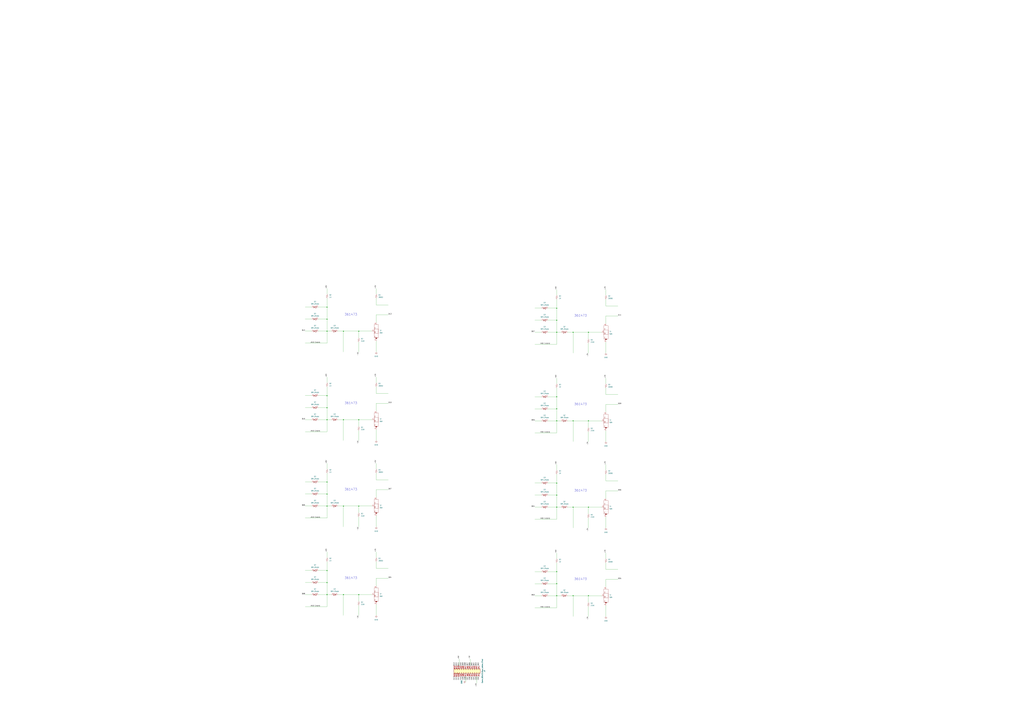
<source format=kicad_sch>
(kicad_sch (version 20211123) (generator eeschema)
  (paper "A0")
  (lib_symbols
    (symbol "Connector_Generic:Conn_02x12_Row_Letter_First" (pin_names (offset 1.016) hide)
      (property "Reference" "J" (at 1.27 15.24 0))
      (property "Value" "Conn_02x12_Row_Letter_First" (at 1.27 -17.78 0))
      (symbol "Conn_02x12_Row_Letter_First_1_1"
        (rectangle (start -1.27 -15.113) (end 0 -15.367) (stroke (width 0.1524)))
        (rectangle (start -1.27 -12.573) (end 0 -12.827) (stroke (width 0.1524)))
        (rectangle (start -1.27 -10.033) (end 0 -10.287) (stroke (width 0.1524)))
        (rectangle (start -1.27 -7.493) (end 0 -7.747) (stroke (width 0.1524)))
        (rectangle (start -1.27 -4.953) (end 0 -5.207) (stroke (width 0.1524)))
        (rectangle (start -1.27 -2.413) (end 0 -2.667) (stroke (width 0.1524)))
        (rectangle (start -1.27 0.127) (end 0 -0.127) (stroke (width 0.1524)))
        (rectangle (start -1.27 2.667) (end 0 2.413) (stroke (width 0.1524)))
        (rectangle (start -1.27 5.207) (end 0 4.953) (stroke (width 0.1524)))
        (rectangle (start -1.27 7.747) (end 0 7.493) (stroke (width 0.1524)))
        (rectangle (start -1.27 10.287) (end 0 10.033) (stroke (width 0.1524)))
        (rectangle (start -1.27 12.827) (end 0 12.573) (stroke (width 0.1524)))
        (rectangle (start -1.27 13.97) (end 3.81 -16.51) (stroke (width 0.254)) (fill (type background)))
        (rectangle (start 3.81 -15.113) (end 2.54 -15.367) (stroke (width 0.1524)))
        (rectangle (start 3.81 -12.573) (end 2.54 -12.827) (stroke (width 0.1524)))
        (rectangle (start 3.81 -10.033) (end 2.54 -10.287) (stroke (width 0.1524)))
        (rectangle (start 3.81 -7.493) (end 2.54 -7.747) (stroke (width 0.1524)))
        (rectangle (start 3.81 -4.953) (end 2.54 -5.207) (stroke (width 0.1524)))
        (rectangle (start 3.81 -2.413) (end 2.54 -2.667) (stroke (width 0.1524)))
        (rectangle (start 3.81 0.127) (end 2.54 -0.127) (stroke (width 0.1524)))
        (rectangle (start 3.81 2.667) (end 2.54 2.413) (stroke (width 0.1524)))
        (rectangle (start 3.81 5.207) (end 2.54 4.953) (stroke (width 0.1524)))
        (rectangle (start 3.81 7.747) (end 2.54 7.493) (stroke (width 0.1524)))
        (rectangle (start 3.81 10.287) (end 2.54 10.033) (stroke (width 0.1524)))
        (rectangle (start 3.81 12.827) (end 2.54 12.573) (stroke (width 0.1524)))
        (pin passive line (at -5.08 12.7 0) (length 3.81) (name "Pin_a1") (number "a1"))
        (pin passive line (at -5.08 -10.16 0) (length 3.81) (name "Pin_a10") (number "a10"))
        (pin passive line (at -5.08 -12.7 0) (length 3.81) (name "Pin_a11") (number "a11"))
        (pin passive line (at -5.08 -15.24 0) (length 3.81) (name "Pin_a12") (number "a12"))
        (pin passive line (at -5.08 10.16 0) (length 3.81) (name "Pin_a2") (number "a2"))
        (pin passive line (at -5.08 7.62 0) (length 3.81) (name "Pin_a3") (number "a3"))
        (pin passive line (at -5.08 5.08 0) (length 3.81) (name "Pin_a4") (number "a4"))
        (pin passive line (at -5.08 2.54 0) (length 3.81) (name "Pin_a5") (number "a5"))
        (pin passive line (at -5.08 0 0) (length 3.81) (name "Pin_a6") (number "a6"))
        (pin passive line (at -5.08 -2.54 0) (length 3.81) (name "Pin_a7") (number "a7"))
        (pin passive line (at -5.08 -5.08 0) (length 3.81) (name "Pin_a8") (number "a8"))
        (pin passive line (at -5.08 -7.62 0) (length 3.81) (name "Pin_a9") (number "a9"))
        (pin passive line (at 7.62 12.7 180) (length 3.81) (name "Pin_b1") (number "b1"))
        (pin passive line (at 7.62 -10.16 180) (length 3.81) (name "Pin_b10") (number "b10"))
        (pin passive line (at 7.62 -12.7 180) (length 3.81) (name "Pin_b11") (number "b11"))
        (pin passive line (at 7.62 -15.24 180) (length 3.81) (name "Pin_b12") (number "b12"))
        (pin passive line (at 7.62 10.16 180) (length 3.81) (name "Pin_b2") (number "b2"))
        (pin passive line (at 7.62 7.62 180) (length 3.81) (name "Pin_b3") (number "b3"))
        (pin passive line (at 7.62 5.08 180) (length 3.81) (name "Pin_b4") (number "b4"))
        (pin passive line (at 7.62 2.54 180) (length 3.81) (name "Pin_b5") (number "b5"))
        (pin passive line (at 7.62 0 180) (length 3.81) (name "Pin_b6") (number "b6"))
        (pin passive line (at 7.62 -2.54 180) (length 3.81) (name "Pin_b7") (number "b7"))
        (pin passive line (at 7.62 -5.08 180) (length 3.81) (name "Pin_b8") (number "b8"))
        (pin passive line (at 7.62 -7.62 180) (length 3.81) (name "Pin_b9") (number "b9"))
      )
    )
    (symbol "Device:R_Small_US" (pin_numbers hide) (pin_names (offset 0.254) hide)
      (property "Reference" "R" (at 0.762 0.508 0))
      (property "Value" "R_Small_US" (at 0.762 -1.016 0))
      (symbol "R_Small_US_1_1"
        (polyline (pts (xy 0 0) (xy 1.016 -0.381) (xy 0 -0.762) (xy -1.016 -1.143) (xy 0 -1.524)))
        (polyline (pts (xy 0 1.524) (xy 1.016 1.143) (xy 0 0.762) (xy -1.016 0.381) (xy 0 0)))
        (pin passive line (at 0 2.54 270) (length 1.016) (name "~") (number "1"))
        (pin passive line (at 0 -2.54 90) (length 1.016) (name "~") (number "2"))
      )
    )
    (symbol "IBM_SLT-SLD:IBM_Diode"
      (property "Reference" "D" (at 0 5.08 0))
      (property "Value" "IBM_Diode" (at 0 2.54 0))
      (symbol "IBM_Diode_0_1"
        (polyline (pts (xy -1.27 1.27) (xy -1.27 -1.27)) (stroke (width 0.254)))
        (polyline (pts (xy 1.27 0) (xy -1.27 0)))
        (polyline (pts (xy 1.27 1.27) (xy 1.27 -1.27) (xy -1.27 0) (xy 1.27 1.27)) (stroke (width 0.254)))
      )
      (symbol "IBM_Diode_1_1"
        (pin passive line (at -3.81 0 0) (length 2.54) (name "K") (number "1"))
        (pin passive line (at 3.81 0 180) (length 2.54) (name "A") (number "2"))
      )
    )
    (symbol "IBM_SLT-SLD:IBM_Transistor"
      (property "Reference" "T" (at 0 5.08 0))
      (property "Value" "IBM_Transistor" (at 7.62 8.89 0))
      (symbol "IBM_Transistor_0_0"
        (text "B" (at -1.27 -1.27 0) (effects (font (size 1.27 1.27))))
        (text "C" (at -1.27 3.81 0) (effects (font (size 1.27 1.27))))
        (text "E" (at -1.27 -6.35 0) (effects (font (size 1.27 1.27))))
      )
      (symbol "IBM_Transistor_0_1"
        (rectangle (start -2.54 2.54) (end 2.54 -2.54))
        (rectangle (start -2.54 7.62) (end 2.54 -7.62))
        (polyline (pts (xy -1.27 -7.62) (xy 0 -8.89) (xy 1.27 -7.62)) (fill (type outline)))
      )
      (symbol "IBM_Transistor_1_1"
        (pin passive line (at -5.08 0 0) (length 2.54) (name "B") (number "1"))
        (pin passive line (at 0 -11.43 90) (length 2.54) (name "E") (number "2"))
        (pin passive line (at 0 10.16 270) (length 2.54) (name "C") (number "3"))
      )
    )
    (symbol "power:GND" (power) (pin_names (offset 0))
      (property "Value" "GND" (at 0 -3.81 0))
      (symbol "GND_0_1"
        (polyline (pts (xy 0 0) (xy 0 -1.27) (xy 1.27 -1.27) (xy 0 -2.54) (xy -1.27 -1.27) (xy 0 -1.27)))
      )
      (symbol "GND_1_1"
        (pin power_in line (at 0 0 270) (length 0) hide (name "GND") (number "1"))
      )
    )
  )
  (junction (at 665.48 692.15))
  (junction (at 646.43 488.95))
  (junction (at 646.43 589.28))
  (junction (at 379.73 574.04))
  (junction (at 398.78 690.88))
  (junction (at 416.56 487.68))
  (junction (at 416.56 384.81))
  (junction (at 665.48 488.95))
  (junction (at 379.73 459.74))
  (junction (at 398.78 588.01))
  (junction (at 646.43 372.11))
  (junction (at 379.73 370.84))
  (junction (at 665.48 589.28))
  (junction (at 646.43 561.34))
  (junction (at 683.26 692.15))
  (junction (at 646.43 664.21))
  (junction (at 646.43 386.08))
  (junction (at 665.48 386.08))
  (junction (at 646.43 575.31))
  (junction (at 379.73 384.81))
  (junction (at 646.43 461.01))
  (junction (at 683.26 386.08))
  (junction (at 416.56 690.88))
  (junction (at 398.78 384.81))
  (junction (at 379.73 356.87))
  (junction (at 379.73 588.01))
  (junction (at 379.73 662.94))
  (junction (at 379.73 676.91))
  (junction (at 683.26 488.95))
  (junction (at 379.73 560.07))
  (junction (at 416.56 588.01))
  (junction (at 379.73 690.88))
  (junction (at 379.73 487.68))
  (junction (at 646.43 358.14))
  (junction (at 683.26 589.28))
  (junction (at 646.43 692.15))
  (junction (at 646.43 474.98))
  (junction (at 398.78 487.68))
  (junction (at 379.73 473.71))
  (junction (at 646.43 678.18))
  (wire (pts (xy 665.48 488.95) (xy 683.26 488.95)))
  (wire (pts (xy 683.26 386.08) (xy 683.26 393.7)))
  (wire (pts (xy 369.57 690.88) (xy 379.73 690.88)))
  (wire (pts (xy 379.73 459.74) (xy 379.73 473.71)))
  (wire (pts (xy 683.26 398.78) (xy 683.26 410.21)))
  (wire (pts (xy 436.88 449.58) (xy 436.88 457.2)))
  (wire (pts (xy 646.43 603.25) (xy 646.43 589.28)))
  (wire (pts (xy 683.26 704.85) (xy 683.26 716.28)))
  (wire (pts (xy 416.56 690.88) (xy 416.56 698.5)))
  (wire (pts (xy 646.43 461.01) (xy 646.43 474.98)))
  (wire (pts (xy 379.73 459.74) (xy 369.57 459.74)))
  (wire (pts (xy 379.73 487.68) (xy 384.81 487.68)))
  (wire (pts (xy 416.56 588.01) (xy 416.56 595.63)))
  (wire (pts (xy 703.58 579.12) (xy 703.58 570.23)))
  (wire (pts (xy 703.58 661.67) (xy 717.55 661.67)))
  (wire (pts (xy 369.57 384.81) (xy 379.73 384.81)))
  (wire (pts (xy 354.33 384.81) (xy 361.95 384.81)))
  (wire (pts (xy 354.33 662.94) (xy 361.95 662.94)))
  (wire (pts (xy 416.56 487.68) (xy 431.8 487.68)))
  (wire (pts (xy 636.27 386.08) (xy 646.43 386.08)))
  (wire (pts (xy 541.02 786.13) (xy 541.02 792.48)))
  (wire (pts (xy 646.43 450.85) (xy 646.43 461.01)))
  (wire (pts (xy 646.43 692.15) (xy 651.51 692.15)))
  (wire (pts (xy 398.78 690.88) (xy 398.78 715.01)))
  (wire (pts (xy 703.58 681.99) (xy 703.58 673.1)))
  (wire (pts (xy 436.88 641.35) (xy 436.88 647.7)))
  (wire (pts (xy 703.58 439.42) (xy 703.58 445.77)))
  (wire (pts (xy 379.73 676.91) (xy 379.73 690.88)))
  (wire (pts (xy 392.43 588.01) (xy 398.78 588.01)))
  (wire (pts (xy 646.43 575.31) (xy 636.27 575.31)))
  (wire (pts (xy 436.88 354.33) (xy 450.85 354.33)))
  (wire (pts (xy 665.48 386.08) (xy 665.48 410.21)))
  (wire (pts (xy 398.78 487.68) (xy 416.56 487.68)))
  (wire (pts (xy 354.33 690.88) (xy 361.95 690.88)))
  (wire (pts (xy 436.88 568.96) (xy 450.85 568.96)))
  (wire (pts (xy 621.03 400.05) (xy 646.43 400.05)))
  (wire (pts (xy 416.56 397.51) (xy 416.56 408.94)))
  (wire (pts (xy 665.48 589.28) (xy 665.48 613.41)))
  (wire (pts (xy 398.78 487.68) (xy 398.78 511.81)))
  (wire (pts (xy 646.43 372.11) (xy 646.43 386.08)))
  (wire (pts (xy 369.57 487.68) (xy 379.73 487.68)))
  (wire (pts (xy 621.03 678.18) (xy 628.65 678.18)))
  (wire (pts (xy 703.58 673.1) (xy 717.55 673.1)))
  (wire (pts (xy 646.43 706.12) (xy 646.43 692.15)))
  (wire (pts (xy 436.88 557.53) (xy 450.85 557.53)))
  (wire (pts (xy 703.58 642.62) (xy 703.58 648.97)))
  (wire (pts (xy 703.58 654.05) (xy 703.58 661.67)))
  (wire (pts (xy 379.73 601.98) (xy 379.73 588.01)))
  (wire (pts (xy 621.03 706.12) (xy 646.43 706.12)))
  (wire (pts (xy 436.88 499.11) (xy 436.88 511.81)))
  (wire (pts (xy 436.88 671.83) (xy 450.85 671.83)))
  (wire (pts (xy 379.73 676.91) (xy 369.57 676.91)))
  (wire (pts (xy 621.03 386.08) (xy 628.65 386.08)))
  (wire (pts (xy 646.43 664.21) (xy 636.27 664.21)))
  (wire (pts (xy 379.73 335.28) (xy 379.73 341.63)))
  (wire (pts (xy 379.73 574.04) (xy 369.57 574.04)))
  (wire (pts (xy 659.13 589.28) (xy 665.48 589.28)))
  (wire (pts (xy 646.43 461.01) (xy 636.27 461.01)))
  (wire (pts (xy 646.43 539.75) (xy 646.43 546.1)))
  (wire (pts (xy 659.13 386.08) (xy 665.48 386.08)))
  (wire (pts (xy 436.88 438.15) (xy 436.88 444.5)))
  (wire (pts (xy 392.43 487.68) (xy 398.78 487.68)))
  (wire (pts (xy 621.03 575.31) (xy 628.65 575.31)))
  (wire (pts (xy 621.03 603.25) (xy 646.43 603.25)))
  (wire (pts (xy 379.73 346.71) (xy 379.73 356.87)))
  (wire (pts (xy 379.73 560.07) (xy 369.57 560.07)))
  (wire (pts (xy 436.88 652.78) (xy 436.88 660.4)))
  (wire (pts (xy 416.56 588.01) (xy 431.8 588.01)))
  (wire (pts (xy 379.73 641.35) (xy 379.73 647.7)))
  (wire (pts (xy 436.88 396.24) (xy 436.88 408.94)))
  (wire (pts (xy 436.88 660.4) (xy 450.85 660.4)))
  (wire (pts (xy 436.88 335.28) (xy 436.88 341.63)))
  (wire (pts (xy 354.33 398.78) (xy 379.73 398.78)))
  (wire (pts (xy 379.73 501.65) (xy 379.73 487.68)))
  (wire (pts (xy 703.58 336.55) (xy 703.58 342.9)))
  (wire (pts (xy 646.43 439.42) (xy 646.43 445.77)))
  (wire (pts (xy 392.43 690.88) (xy 398.78 690.88)))
  (wire (pts (xy 436.88 457.2) (xy 450.85 457.2)))
  (wire (pts (xy 621.03 664.21) (xy 628.65 664.21)))
  (wire (pts (xy 646.43 561.34) (xy 636.27 561.34)))
  (wire (pts (xy 665.48 386.08) (xy 683.26 386.08)))
  (wire (pts (xy 379.73 384.81) (xy 384.81 384.81)))
  (wire (pts (xy 436.88 468.63) (xy 450.85 468.63)))
  (wire (pts (xy 379.73 538.48) (xy 379.73 544.83)))
  (wire (pts (xy 646.43 678.18) (xy 646.43 692.15)))
  (wire (pts (xy 436.88 477.52) (xy 436.88 468.63)))
  (wire (pts (xy 703.58 347.98) (xy 703.58 355.6)))
  (wire (pts (xy 436.88 538.48) (xy 436.88 544.83)))
  (wire (pts (xy 354.33 487.68) (xy 361.95 487.68)))
  (wire (pts (xy 703.58 558.8) (xy 717.55 558.8)))
  (wire (pts (xy 379.73 449.58) (xy 379.73 459.74)))
  (wire (pts (xy 416.56 703.58) (xy 416.56 715.01)))
  (wire (pts (xy 379.73 704.85) (xy 379.73 690.88)))
  (wire (pts (xy 354.33 473.71) (xy 361.95 473.71)))
  (wire (pts (xy 659.13 488.95) (xy 665.48 488.95)))
  (wire (pts (xy 379.73 398.78) (xy 379.73 384.81)))
  (wire (pts (xy 369.57 588.01) (xy 379.73 588.01)))
  (wire (pts (xy 646.43 502.92) (xy 646.43 488.95)))
  (wire (pts (xy 354.33 356.87) (xy 361.95 356.87)))
  (wire (pts (xy 379.73 473.71) (xy 369.57 473.71)))
  (wire (pts (xy 354.33 704.85) (xy 379.73 704.85)))
  (wire (pts (xy 416.56 384.81) (xy 431.8 384.81)))
  (wire (pts (xy 416.56 500.38) (xy 416.56 511.81)))
  (wire (pts (xy 379.73 438.15) (xy 379.73 444.5)))
  (wire (pts (xy 379.73 560.07) (xy 379.73 574.04)))
  (wire (pts (xy 646.43 336.55) (xy 646.43 342.9)))
  (wire (pts (xy 621.03 692.15) (xy 628.65 692.15)))
  (wire (pts (xy 621.03 488.95) (xy 628.65 488.95)))
  (wire (pts (xy 398.78 384.81) (xy 398.78 408.94)))
  (wire (pts (xy 646.43 474.98) (xy 636.27 474.98)))
  (wire (pts (xy 665.48 692.15) (xy 683.26 692.15)))
  (wire (pts (xy 703.58 600.71) (xy 703.58 613.41)))
  (wire (pts (xy 416.56 487.68) (xy 416.56 495.3)))
  (wire (pts (xy 703.58 375.92) (xy 703.58 367.03)))
  (wire (pts (xy 621.03 461.01) (xy 628.65 461.01)))
  (wire (pts (xy 665.48 589.28) (xy 683.26 589.28)))
  (wire (pts (xy 392.43 384.81) (xy 398.78 384.81)))
  (wire (pts (xy 621.03 474.98) (xy 628.65 474.98)))
  (wire (pts (xy 416.56 690.88) (xy 431.8 690.88)))
  (wire (pts (xy 398.78 690.88) (xy 416.56 690.88)))
  (wire (pts (xy 354.33 574.04) (xy 361.95 574.04)))
  (wire (pts (xy 646.43 400.05) (xy 646.43 386.08)))
  (wire (pts (xy 646.43 678.18) (xy 636.27 678.18)))
  (wire (pts (xy 621.03 372.11) (xy 628.65 372.11)))
  (wire (pts (xy 553.72 786.13) (xy 553.72 793.75)))
  (wire (pts (xy 646.43 664.21) (xy 646.43 678.18)))
  (wire (pts (xy 703.58 367.03) (xy 717.55 367.03)))
  (wire (pts (xy 665.48 488.95) (xy 665.48 513.08)))
  (wire (pts (xy 646.43 551.18) (xy 646.43 561.34)))
  (wire (pts (xy 659.13 692.15) (xy 665.48 692.15)))
  (wire (pts (xy 436.88 599.44) (xy 436.88 612.14)))
  (wire (pts (xy 379.73 652.78) (xy 379.73 662.94)))
  (wire (pts (xy 621.03 358.14) (xy 628.65 358.14)))
  (wire (pts (xy 398.78 588.01) (xy 416.56 588.01)))
  (wire (pts (xy 683.26 692.15) (xy 683.26 699.77)))
  (wire (pts (xy 646.43 654.05) (xy 646.43 664.21)))
  (wire (pts (xy 646.43 642.62) (xy 646.43 648.97)))
  (wire (pts (xy 533.4 765.81) (xy 533.4 773.43)))
  (wire (pts (xy 683.26 589.28) (xy 698.5 589.28)))
  (wire (pts (xy 379.73 662.94) (xy 369.57 662.94)))
  (wire (pts (xy 379.73 549.91) (xy 379.73 560.07)))
  (wire (pts (xy 646.43 589.28) (xy 651.51 589.28)))
  (wire (pts (xy 683.26 488.95) (xy 683.26 496.57)))
  (wire (pts (xy 683.26 488.95) (xy 698.5 488.95)))
  (wire (pts (xy 354.33 459.74) (xy 361.95 459.74)))
  (wire (pts (xy 621.03 561.34) (xy 628.65 561.34)))
  (wire (pts (xy 703.58 551.18) (xy 703.58 558.8)))
  (wire (pts (xy 646.43 358.14) (xy 636.27 358.14)))
  (wire (pts (xy 683.26 386.08) (xy 698.5 386.08)))
  (wire (pts (xy 379.73 662.94) (xy 379.73 676.91)))
  (wire (pts (xy 636.27 488.95) (xy 646.43 488.95)))
  (wire (pts (xy 703.58 539.75) (xy 703.58 546.1)))
  (wire (pts (xy 646.43 488.95) (xy 651.51 488.95)))
  (wire (pts (xy 436.88 702.31) (xy 436.88 715.01)))
  (wire (pts (xy 436.88 374.65) (xy 436.88 365.76)))
  (wire (pts (xy 354.33 501.65) (xy 379.73 501.65)))
  (wire (pts (xy 665.48 692.15) (xy 665.48 716.28)))
  (wire (pts (xy 636.27 589.28) (xy 646.43 589.28)))
  (wire (pts (xy 398.78 384.81) (xy 416.56 384.81)))
  (wire (pts (xy 379.73 473.71) (xy 379.73 487.68)))
  (wire (pts (xy 703.58 703.58) (xy 703.58 716.28)))
  (wire (pts (xy 354.33 676.91) (xy 361.95 676.91)))
  (wire (pts (xy 436.88 346.71) (xy 436.88 354.33)))
  (wire (pts (xy 703.58 500.38) (xy 703.58 513.08)))
  (wire (pts (xy 379.73 588.01) (xy 384.81 588.01)))
  (wire (pts (xy 354.33 370.84) (xy 361.95 370.84)))
  (wire (pts (xy 703.58 355.6) (xy 717.55 355.6)))
  (wire (pts (xy 683.26 692.15) (xy 698.5 692.15)))
  (wire (pts (xy 703.58 397.51) (xy 703.58 410.21)))
  (wire (pts (xy 703.58 478.79) (xy 703.58 469.9)))
  (wire (pts (xy 646.43 358.14) (xy 646.43 372.11)))
  (wire (pts (xy 703.58 450.85) (xy 703.58 458.47)))
  (wire (pts (xy 646.43 386.08) (xy 651.51 386.08)))
  (wire (pts (xy 436.88 577.85) (xy 436.88 568.96)))
  (wire (pts (xy 646.43 575.31) (xy 646.43 589.28)))
  (wire (pts (xy 379.73 690.88) (xy 384.81 690.88)))
  (wire (pts (xy 416.56 600.71) (xy 416.56 612.14)))
  (wire (pts (xy 683.26 601.98) (xy 683.26 613.41)))
  (wire (pts (xy 398.78 588.01) (xy 398.78 612.14)))
  (wire (pts (xy 683.26 589.28) (xy 683.26 596.9)))
  (wire (pts (xy 636.27 692.15) (xy 646.43 692.15)))
  (wire (pts (xy 436.88 680.72) (xy 436.88 671.83)))
  (wire (pts (xy 683.26 501.65) (xy 683.26 513.08)))
  (wire (pts (xy 379.73 370.84) (xy 369.57 370.84)))
  (wire (pts (xy 621.03 589.28) (xy 628.65 589.28)))
  (wire (pts (xy 703.58 458.47) (xy 717.55 458.47)))
  (wire (pts (xy 646.43 347.98) (xy 646.43 358.14)))
  (wire (pts (xy 379.73 370.84) (xy 379.73 384.81)))
  (wire (pts (xy 354.33 588.01) (xy 361.95 588.01)))
  (wire (pts (xy 416.56 384.81) (xy 416.56 392.43)))
  (wire (pts (xy 546.1 765.81) (xy 546.1 773.43)))
  (wire (pts (xy 379.73 574.04) (xy 379.73 588.01)))
  (wire (pts (xy 379.73 356.87) (xy 379.73 370.84)))
  (wire (pts (xy 621.03 502.92) (xy 646.43 502.92)))
  (wire (pts (xy 354.33 560.07) (xy 361.95 560.07)))
  (wire (pts (xy 703.58 570.23) (xy 717.55 570.23)))
  (wire (pts (xy 379.73 356.87) (xy 369.57 356.87)))
  (wire (pts (xy 646.43 372.11) (xy 636.27 372.11)))
  (wire (pts (xy 436.88 365.76) (xy 450.85 365.76)))
  (wire (pts (xy 354.33 601.98) (xy 379.73 601.98)))
  (wire (pts (xy 646.43 474.98) (xy 646.43 488.95)))
  (wire (pts (xy 646.43 561.34) (xy 646.43 575.31)))
  (wire (pts (xy 436.88 549.91) (xy 436.88 557.53)))
  (wire (pts (xy 703.58 469.9) (xy 717.55 469.9)))
  (text "361473" (at 666.75 571.5 0) (effects (font (size 2.54 2.54)) (justify left bottom)))
  (text "361473" (at 400.05 367.03 0) (effects (font (size 2.54 2.54)) (justify left bottom)))
  (text "361473" (at 400.05 469.9 0) (effects (font (size 2.54 2.54)) (justify left bottom)))
  (text "361473" (at 400.05 570.23 0) (effects (font (size 2.54 2.54)) (justify left bottom)))
  (text "361473" (at 666.75 368.3 0) (effects (font (size 2.54 2.54)) (justify left bottom)))
  (text "361473" (at 666.75 674.37 0) (effects (font (size 2.54 2.54)) (justify left bottom)))
  (text "361473" (at 400.05 673.1 0) (effects (font (size 2.54 2.54)) (justify left bottom)))
  (text "361473" (at 666.75 471.17 0) (effects (font (size 2.54 2.54)) (justify left bottom)))
  (label "B05" (at 621.03 488.95 180))
  (label "B07" (at 621.03 386.08 180))
  (label "B08" (at 354.33 690.88 180))
  (label "B09" (at 354.33 588.01 180))
  (label "+3V" (at 436.88 438.15 90))
  (label "+3V" (at 553.72 793.75 270))
  (label "-3V" (at 416.56 408.94 270))
  (label "AND Extend" (at 627.38 706.12 0))
  (label "-3V" (at 416.56 715.01 270))
  (label "+6V" (at 379.73 438.15 90))
  (label "+3V" (at 703.58 539.75 90))
  (label "-3V" (at 546.1 765.81 90))
  (label "-3V" (at 416.56 511.81 270))
  (label "+3V" (at 436.88 335.28 90))
  (label "D06" (at 546.1 786.13 270))
  (label "AND Extend" (at 360.68 398.78 0))
  (label "+6V" (at 646.43 439.42 90))
  (label "AND Extend" (at 627.38 400.05 0))
  (label "+6V" (at 533.4 765.81 90))
  (label "D13" (at 528.32 786.13 270))
  (label "D09" (at 538.48 786.13 270))
  (label "AND Extend" (at 627.38 603.25 0))
  (label "AND Extend" (at 360.68 601.98 0))
  (label "D09" (at 717.55 469.9 0))
  (label "D06" (at 717.55 570.23 0))
  (label "B12" (at 530.86 773.43 90))
  (label "B02" (at 556.26 773.43 90))
  (label "AND Extend" (at 360.68 501.65 0))
  (label "B11" (at 533.4 773.43 90))
  (label "D07" (at 543.56 786.13 270))
  (label "-3V" (at 683.26 716.28 270))
  (label "B10" (at 535.94 773.43 90))
  (label "B09" (at 538.48 773.43 90))
  (label "+6V" (at 379.73 641.35 90))
  (label "D02" (at 556.26 786.13 270))
  (label "B05" (at 548.64 773.43 90))
  (label "D10" (at 450.85 468.63 0))
  (label "-3V" (at 683.26 613.41 270))
  (label "+6V" (at 379.73 335.28 90))
  (label "+6V" (at 379.73 538.48 90))
  (label "B04" (at 551.18 773.43 90))
  (label "-3V" (at 683.26 410.21 270))
  (label "D07" (at 450.85 568.96 0))
  (label "D05" (at 548.64 786.13 270))
  (label "B13" (at 528.32 773.43 90))
  (label "D11" (at 533.4 786.13 270))
  (label "B08" (at 541.02 773.43 90))
  (label "+6V" (at 646.43 539.75 90))
  (label "D05" (at 717.55 673.1 0))
  (label "B04" (at 621.03 589.28 180))
  (label "AND Extend" (at 360.68 704.85 0))
  (label "+3V" (at 436.88 641.35 90))
  (label "AND Extend" (at 627.38 502.92 0))
  (label "D11" (at 717.55 367.03 0))
  (label "-3V" (at 683.26 513.08 270))
  (label "D04" (at 551.18 786.13 270))
  (label "B03" (at 553.72 773.43 90))
  (label "B06" (at 546.1 773.43 90))
  (label "+3V" (at 703.58 336.55 90))
  (label "D12" (at 530.86 786.13 270))
  (label "+3V" (at 703.58 439.42 90))
  (label "D08" (at 541.02 786.13 270))
  (label "B07" (at 543.56 773.43 90))
  (label "+6V" (at 646.43 642.62 90))
  (label "D03" (at 553.72 786.13 270))
  (label "B02" (at 621.03 692.15 180))
  (label "+6V" (at 646.43 336.55 90))
  (label "D10" (at 535.94 786.13 270))
  (label "+3V" (at 703.58 642.62 90))
  (label "-3V" (at 416.56 612.14 270))
  (label "+3V" (at 436.88 538.48 90))
  (label "B10" (at 354.33 487.68 180))
  (label "D04" (at 450.85 671.83 0))
  (label "D13" (at 450.85 365.76 0))
  (label "B12" (at 354.33 384.81 180))
  (symbol (lib_id "Device:R_Small_US") (at 683.26 599.44 0) (unit 1)
    (property "Reference" "R?" (at 685.8 598.1699 0) (effects (justify left)))
    (property "Value" "2.5K" (at 685.8 600.7099 0) (effects (justify left)))
    (property "Footprint" "Resistor_SMD:R_0201_0603Metric" (effects hide))
  )
  (symbol (lib_id "power:GND") (at 703.58 613.41 0) (unit 1)
    (property "Reference" "#PWR?" (effects hide))
    (property "Value" "GND" (at 703.58 618.49 0))
  )
  (symbol (lib_id "IBM_SLT-SLD:IBM_Diode") (at 632.46 461.01 0) (unit 1)
    (property "Reference" "D?" (at 632.46 454.66 0))
    (property "Value" "IBM_Diode" (at 632.46 457.2 0))
    (property "Footprint" "Diode_SMD:D_0201_0603Metric" (effects hide))
  )
  (symbol (lib_id "power:GND") (at 436.88 511.81 0) (unit 1)
    (property "Reference" "#PWR?" (effects hide))
    (property "Value" "GND" (at 436.88 516.89 0))
  )
  (symbol (lib_id "IBM_SLT-SLD:IBM_Diode") (at 655.32 589.28 180) (unit 1)
    (property "Reference" "D?" (at 655.32 582.93 0))
    (property "Value" "IBM_Diode" (at 655.32 585.47 0))
    (property "Footprint" "Diode_SMD:D_0201_0603Metric" (effects hide))
  )
  (symbol (lib_id "IBM_SLT-SLD:IBM_Diode") (at 632.46 692.15 0) (unit 1)
    (property "Reference" "D?" (at 632.46 685.8 0))
    (property "Value" "IBM_Diode" (at 632.46 688.34 0))
    (property "Footprint" "Diode_SMD:D_0201_0603Metric" (effects hide))
  )
  (symbol (lib_id "IBM_SLT-SLD:IBM_Diode") (at 632.46 488.95 0) (unit 1)
    (property "Reference" "D?" (at 632.46 482.6 0))
    (property "Value" "IBM_Diode" (at 632.46 485.14 0))
    (property "Footprint" "Diode_SMD:D_0201_0603Metric" (effects hide))
  )
  (symbol (lib_id "IBM_SLT-SLD:IBM_Diode") (at 388.62 690.88 180) (unit 1)
    (property "Reference" "D?" (at 388.62 684.53 0))
    (property "Value" "IBM_Diode" (at 388.62 687.07 0))
    (property "Footprint" "Diode_SMD:D_0201_0603Metric" (effects hide))
  )
  (symbol (lib_id "IBM_SLT-SLD:IBM_Diode") (at 632.46 664.21 0) (unit 1)
    (property "Reference" "D?" (at 632.46 657.86 0))
    (property "Value" "IBM_Diode" (at 632.46 660.4 0))
    (property "Footprint" "Diode_SMD:D_0201_0603Metric" (effects hide))
  )
  (symbol (lib_id "power:GND") (at 703.58 410.21 0) (unit 1)
    (property "Reference" "#PWR?" (effects hide))
    (property "Value" "GND" (at 703.58 415.29 0))
  )
  (symbol (lib_id "Device:R_Small_US") (at 416.56 598.17 0) (unit 1)
    (property "Reference" "R?" (at 419.1 596.8999 0) (effects (justify left)))
    (property "Value" "2.5K" (at 419.1 599.4399 0) (effects (justify left)))
    (property "Footprint" "Resistor_SMD:R_0201_0603Metric" (effects hide))
  )
  (symbol (lib_id "Device:R_Small_US") (at 379.73 447.04 0) (unit 1)
    (property "Reference" "R?" (at 382.27 445.7699 0) (effects (justify left)))
    (property "Value" "1K" (at 382.27 448.3099 0) (effects (justify left)))
    (property "Footprint" "Resistor_SMD:R_0201_0603Metric" (effects hide))
  )
  (symbol (lib_id "IBM_SLT-SLD:IBM_Diode") (at 365.76 487.68 0) (unit 1)
    (property "Reference" "D?" (at 365.76 481.33 0))
    (property "Value" "IBM_Diode" (at 365.76 483.87 0))
    (property "Footprint" "Diode_SMD:D_0201_0603Metric" (effects hide))
  )
  (symbol (lib_id "IBM_SLT-SLD:IBM_Diode") (at 655.32 386.08 180) (unit 1)
    (property "Reference" "D?" (at 655.32 379.73 0))
    (property "Value" "IBM_Diode" (at 655.32 382.27 0))
    (property "Footprint" "Diode_SMD:D_0201_0603Metric" (effects hide))
  )
  (symbol (lib_id "IBM_SLT-SLD:IBM_Diode") (at 388.62 487.68 180) (unit 1)
    (property "Reference" "D?" (at 388.62 481.33 0))
    (property "Value" "IBM_Diode" (at 388.62 483.87 0))
    (property "Footprint" "Diode_SMD:D_0201_0603Metric" (effects hide))
  )
  (symbol (lib_id "IBM_SLT-SLD:IBM_Transistor") (at 436.88 487.68 0) (unit 1)
    (property "Reference" "T?" (at 440.69 487.0449 0) (effects (justify left)))
    (property "Value" "ABA" (at 440.69 489.5849 0) (effects (justify left)))
  )
  (symbol (lib_id "IBM_SLT-SLD:IBM_Diode") (at 365.76 473.71 0) (unit 1)
    (property "Reference" "D?" (at 365.76 467.36 0))
    (property "Value" "IBM_Diode" (at 365.76 469.9 0))
    (property "Footprint" "Diode_SMD:D_0201_0603Metric" (effects hide))
  )
  (symbol (lib_id "IBM_SLT-SLD:IBM_Diode") (at 388.62 384.81 180) (unit 1)
    (property "Reference" "D?" (at 388.62 378.46 0))
    (property "Value" "IBM_Diode" (at 388.62 381 0))
    (property "Footprint" "Diode_SMD:D_0201_0603Metric" (effects hide))
  )
  (symbol (lib_id "Device:R_Small_US") (at 683.26 396.24 0) (unit 1)
    (property "Reference" "R?" (at 685.8 394.9699 0) (effects (justify left)))
    (property "Value" "2.5K" (at 685.8 397.5099 0) (effects (justify left)))
    (property "Footprint" "Resistor_SMD:R_0201_0603Metric" (effects hide))
  )
  (symbol (lib_id "IBM_SLT-SLD:IBM_Transistor") (at 436.88 384.81 0) (unit 1)
    (property "Reference" "T?" (at 440.69 384.1749 0) (effects (justify left)))
    (property "Value" "ABA" (at 440.69 386.7149 0) (effects (justify left)))
  )
  (symbol (lib_id "IBM_SLT-SLD:IBM_Transistor") (at 703.58 589.28 0) (unit 1)
    (property "Reference" "T?" (at 707.39 588.6449 0) (effects (justify left)))
    (property "Value" "ABA" (at 707.39 591.1849 0) (effects (justify left)))
  )
  (symbol (lib_id "IBM_SLT-SLD:IBM_Diode") (at 365.76 459.74 0) (unit 1)
    (property "Reference" "D?" (at 365.76 453.39 0))
    (property "Value" "IBM_Diode" (at 365.76 455.93 0))
    (property "Footprint" "Diode_SMD:D_0201_0603Metric" (effects hide))
  )
  (symbol (lib_id "IBM_SLT-SLD:IBM_Diode") (at 365.76 356.87 0) (unit 1)
    (property "Reference" "D?" (at 365.76 350.52 0))
    (property "Value" "IBM_Diode" (at 365.76 353.06 0))
    (property "Footprint" "Diode_SMD:D_0201_0603Metric" (effects hide))
  )
  (symbol (lib_id "power:GND") (at 703.58 513.08 0) (unit 1)
    (property "Reference" "#PWR?" (effects hide))
    (property "Value" "GND" (at 703.58 518.16 0))
  )
  (symbol (lib_id "IBM_SLT-SLD:IBM_Transistor") (at 703.58 488.95 0) (unit 1)
    (property "Reference" "T?" (at 707.39 488.3149 0) (effects (justify left)))
    (property "Value" "ABA" (at 707.39 490.8549 0) (effects (justify left)))
  )
  (symbol (lib_id "Device:R_Small_US") (at 703.58 548.64 0) (unit 1)
    (property "Reference" "R?" (at 706.12 547.3699 0) (effects (justify left)))
    (property "Value" "300Ω" (at 706.12 549.9099 0) (effects (justify left)))
    (property "Footprint" "Resistor_SMD:R_0201_0603Metric" (effects hide))
  )
  (symbol (lib_id "IBM_SLT-SLD:IBM_Diode") (at 632.46 575.31 0) (unit 1)
    (property "Reference" "D?" (at 632.46 568.96 0))
    (property "Value" "IBM_Diode" (at 632.46 571.5 0))
    (property "Footprint" "Diode_SMD:D_0201_0603Metric" (effects hide))
  )
  (symbol (lib_id "Device:R_Small_US") (at 703.58 448.31 0) (unit 1)
    (property "Reference" "R?" (at 706.12 447.0399 0) (effects (justify left)))
    (property "Value" "300Ω" (at 706.12 449.5799 0) (effects (justify left)))
    (property "Footprint" "Resistor_SMD:R_0201_0603Metric" (effects hide))
  )
  (symbol (lib_id "IBM_SLT-SLD:IBM_Transistor") (at 703.58 692.15 0) (unit 1)
    (property "Reference" "T?" (at 707.39 691.5149 0) (effects (justify left)))
    (property "Value" "ABA" (at 707.39 694.0549 0) (effects (justify left)))
  )
  (symbol (lib_id "Device:R_Small_US") (at 646.43 651.51 0) (unit 1)
    (property "Reference" "R?" (at 648.97 650.2399 0) (effects (justify left)))
    (property "Value" "1K" (at 648.97 652.7799 0) (effects (justify left)))
    (property "Footprint" "Resistor_SMD:R_0201_0603Metric" (effects hide))
  )
  (symbol (lib_id "power:GND") (at 703.58 716.28 0) (unit 1)
    (property "Reference" "#PWR?" (effects hide))
    (property "Value" "GND" (at 703.58 721.36 0))
  )
  (symbol (lib_id "Device:R_Small_US") (at 436.88 344.17 0) (unit 1)
    (property "Reference" "R?" (at 439.42 342.8999 0) (effects (justify left)))
    (property "Value" "300Ω" (at 439.42 345.4399 0) (effects (justify left)))
    (property "Footprint" "Resistor_SMD:R_0201_0603Metric" (effects hide))
  )
  (symbol (lib_id "power:GND") (at 436.88 408.94 0) (unit 1)
    (property "Reference" "#PWR?" (effects hide))
    (property "Value" "GND" (at 436.88 414.02 0))
  )
  (symbol (lib_id "IBM_SLT-SLD:IBM_Diode") (at 632.46 474.98 0) (unit 1)
    (property "Reference" "D?" (at 632.46 468.63 0))
    (property "Value" "IBM_Diode" (at 632.46 471.17 0))
    (property "Footprint" "Diode_SMD:D_0201_0603Metric" (effects hide))
  )
  (symbol (lib_id "IBM_SLT-SLD:IBM_Diode") (at 655.32 488.95 180) (unit 1)
    (property "Reference" "D?" (at 655.32 482.6 0))
    (property "Value" "IBM_Diode" (at 655.32 485.14 0))
    (property "Footprint" "Diode_SMD:D_0201_0603Metric" (effects hide))
  )
  (symbol (lib_id "IBM_SLT-SLD:IBM_Transistor") (at 436.88 690.88 0) (unit 1)
    (property "Reference" "T?" (at 440.69 690.2449 0) (effects (justify left)))
    (property "Value" "ABA" (at 440.69 692.7849 0) (effects (justify left)))
  )
  (symbol (lib_id "IBM_SLT-SLD:IBM_Diode") (at 632.46 589.28 0) (unit 1)
    (property "Reference" "D?" (at 632.46 582.93 0))
    (property "Value" "IBM_Diode" (at 632.46 585.47 0))
    (property "Footprint" "Diode_SMD:D_0201_0603Metric" (effects hide))
  )
  (symbol (lib_id "Device:R_Small_US") (at 379.73 547.37 0) (unit 1)
    (property "Reference" "R?" (at 382.27 546.0999 0) (effects (justify left)))
    (property "Value" "1K" (at 382.27 548.6399 0) (effects (justify left)))
    (property "Footprint" "Resistor_SMD:R_0201_0603Metric" (effects hide))
  )
  (symbol (lib_id "Device:R_Small_US") (at 416.56 394.97 0) (unit 1)
    (property "Reference" "R?" (at 419.1 393.6999 0) (effects (justify left)))
    (property "Value" "2.5K" (at 419.1 396.2399 0) (effects (justify left)))
    (property "Footprint" "Resistor_SMD:R_0201_0603Metric" (effects hide))
  )
  (symbol (lib_id "Device:R_Small_US") (at 416.56 497.84 0) (unit 1)
    (property "Reference" "R?" (at 419.1 496.5699 0) (effects (justify left)))
    (property "Value" "2.5K" (at 419.1 499.1099 0) (effects (justify left)))
    (property "Footprint" "Resistor_SMD:R_0201_0603Metric" (effects hide))
  )
  (symbol (lib_id "IBM_SLT-SLD:IBM_Transistor") (at 436.88 588.01 0) (unit 1)
    (property "Reference" "T?" (at 440.69 587.3749 0) (effects (justify left)))
    (property "Value" "ABA" (at 440.69 589.9149 0) (effects (justify left)))
  )
  (symbol (lib_id "Device:R_Small_US") (at 646.43 345.44 0) (unit 1)
    (property "Reference" "R?" (at 648.97 344.1699 0) (effects (justify left)))
    (property "Value" "1K" (at 648.97 346.7099 0) (effects (justify left)))
    (property "Footprint" "Resistor_SMD:R_0201_0603Metric" (effects hide))
  )
  (symbol (lib_id "IBM_SLT-SLD:IBM_Diode") (at 632.46 678.18 0) (unit 1)
    (property "Reference" "D?" (at 632.46 671.83 0))
    (property "Value" "IBM_Diode" (at 632.46 674.37 0))
    (property "Footprint" "Diode_SMD:D_0201_0603Metric" (effects hide))
  )
  (symbol (lib_id "IBM_SLT-SLD:IBM_Diode") (at 365.76 690.88 0) (unit 1)
    (property "Reference" "D?" (at 365.76 684.53 0))
    (property "Value" "IBM_Diode" (at 365.76 687.07 0))
    (property "Footprint" "Diode_SMD:D_0201_0603Metric" (effects hide))
  )
  (symbol (lib_id "Device:R_Small_US") (at 683.26 499.11 0) (unit 1)
    (property "Reference" "R?" (at 685.8 497.8399 0) (effects (justify left)))
    (property "Value" "2.5K" (at 685.8 500.3799 0) (effects (justify left)))
    (property "Footprint" "Resistor_SMD:R_0201_0603Metric" (effects hide))
  )
  (symbol (lib_id "Device:R_Small_US") (at 703.58 345.44 0) (unit 1)
    (property "Reference" "R?" (at 706.12 344.1699 0) (effects (justify left)))
    (property "Value" "300Ω" (at 706.12 346.7099 0) (effects (justify left)))
    (property "Footprint" "Resistor_SMD:R_0201_0603Metric" (effects hide))
  )
  (symbol (lib_id "Device:R_Small_US") (at 646.43 548.64 0) (unit 1)
    (property "Reference" "R?" (at 648.97 547.3699 0) (effects (justify left)))
    (property "Value" "1K" (at 648.97 549.9099 0) (effects (justify left)))
    (property "Footprint" "Resistor_SMD:R_0201_0603Metric" (effects hide))
  )
  (symbol (lib_id "Device:R_Small_US") (at 646.43 448.31 0) (unit 1)
    (property "Reference" "R?" (at 648.97 447.0399 0) (effects (justify left)))
    (property "Value" "1K" (at 648.97 449.5799 0) (effects (justify left)))
    (property "Footprint" "Resistor_SMD:R_0201_0603Metric" (effects hide))
  )
  (symbol (lib_id "Device:R_Small_US") (at 379.73 650.24 0) (unit 1)
    (property "Reference" "R?" (at 382.27 648.9699 0) (effects (justify left)))
    (property "Value" "1K" (at 382.27 651.5099 0) (effects (justify left)))
    (property "Footprint" "Resistor_SMD:R_0201_0603Metric" (effects hide))
  )
  (symbol (lib_id "Device:R_Small_US") (at 416.56 701.04 0) (unit 1)
    (property "Reference" "R?" (at 419.1 699.7699 0) (effects (justify left)))
    (property "Value" "2.5K" (at 419.1 702.3099 0) (effects (justify left)))
    (property "Footprint" "Resistor_SMD:R_0201_0603Metric" (effects hide))
  )
  (symbol (lib_id "IBM_SLT-SLD:IBM_Diode") (at 365.76 676.91 0) (unit 1)
    (property "Reference" "D?" (at 365.76 670.56 0))
    (property "Value" "IBM_Diode" (at 365.76 673.1 0))
    (property "Footprint" "Diode_SMD:D_0201_0603Metric" (effects hide))
  )
  (symbol (lib_id "Device:R_Small_US") (at 703.58 651.51 0) (unit 1)
    (property "Reference" "R?" (at 706.12 650.2399 0) (effects (justify left)))
    (property "Value" "300Ω" (at 706.12 652.7799 0) (effects (justify left)))
    (property "Footprint" "Resistor_SMD:R_0201_0603Metric" (effects hide))
  )
  (symbol (lib_id "Device:R_Small_US") (at 683.26 702.31 0) (unit 1)
    (property "Reference" "R?" (at 685.8 701.0399 0) (effects (justify left)))
    (property "Value" "2.5K" (at 685.8 703.5799 0) (effects (justify left)))
    (property "Footprint" "Resistor_SMD:R_0201_0603Metric" (effects hide))
  )
  (symbol (lib_id "IBM_SLT-SLD:IBM_Diode") (at 365.76 384.81 0) (unit 1)
    (property "Reference" "D?" (at 365.76 378.46 0))
    (property "Value" "IBM_Diode" (at 365.76 381 0))
    (property "Footprint" "Diode_SMD:D_0201_0603Metric" (effects hide))
  )
  (symbol (lib_id "IBM_SLT-SLD:IBM_Diode") (at 655.32 692.15 180) (unit 1)
    (property "Reference" "D?" (at 655.32 685.8 0))
    (property "Value" "IBM_Diode" (at 655.32 688.34 0))
    (property "Footprint" "Diode_SMD:D_0201_0603Metric" (effects hide))
  )
  (symbol (lib_id "power:GND") (at 541.02 792.48 270) (unit 1)
    (property "Reference" "#PWR?" (effects hide))
    (property "Value" "GND" (at 535.94 792.48 0))
  )
  (symbol (lib_id "Device:R_Small_US") (at 436.88 650.24 0) (unit 1)
    (property "Reference" "R?" (at 439.42 648.9699 0) (effects (justify left)))
    (property "Value" "300Ω" (at 439.42 651.5099 0) (effects (justify left)))
    (property "Footprint" "Resistor_SMD:R_0201_0603Metric" (effects hide))
  )
  (symbol (lib_id "Device:R_Small_US") (at 436.88 447.04 0) (unit 1)
    (property "Reference" "R?" (at 439.42 445.7699 0) (effects (justify left)))
    (property "Value" "300Ω" (at 439.42 448.3099 0) (effects (justify left)))
    (property "Footprint" "Resistor_SMD:R_0201_0603Metric" (effects hide))
  )
  (symbol (lib_id "IBM_SLT-SLD:IBM_Transistor") (at 703.58 386.08 0) (unit 1)
    (property "Reference" "T?" (at 707.39 385.4449 0) (effects (justify left)))
    (property "Value" "ABA" (at 707.39 387.9849 0) (effects (justify left)))
  )
  (symbol (lib_id "power:GND") (at 436.88 715.01 0) (unit 1)
    (property "Reference" "#PWR?" (effects hide))
    (property "Value" "GND" (at 436.88 720.09 0))
  )
  (symbol (lib_id "IBM_SLT-SLD:IBM_Diode") (at 365.76 662.94 0) (unit 1)
    (property "Reference" "D?" (at 365.76 656.59 0))
    (property "Value" "IBM_Diode" (at 365.76 659.13 0))
    (property "Footprint" "Diode_SMD:D_0201_0603Metric" (effects hide))
  )
  (symbol (lib_id "IBM_SLT-SLD:IBM_Diode") (at 632.46 358.14 0) (unit 1)
    (property "Reference" "D?" (at 632.46 351.79 0))
    (property "Value" "IBM_Diode" (at 632.46 354.33 0))
    (property "Footprint" "Diode_SMD:D_0201_0603Metric" (effects hide))
  )
  (symbol (lib_id "power:GND") (at 436.88 612.14 0) (unit 1)
    (property "Reference" "#PWR?" (effects hide))
    (property "Value" "GND" (at 436.88 617.22 0))
  )
  (symbol (lib_id "Device:R_Small_US") (at 379.73 344.17 0) (unit 1)
    (property "Reference" "R?" (at 382.27 342.8999 0) (effects (justify left)))
    (property "Value" "1K" (at 382.27 345.4399 0) (effects (justify left)))
    (property "Footprint" "Resistor_SMD:R_0201_0603Metric" (effects hide))
  )
  (symbol (lib_id "Device:R_Small_US") (at 436.88 547.37 0) (unit 1)
    (property "Reference" "R?" (at 439.42 546.0999 0) (effects (justify left)))
    (property "Value" "300Ω" (at 439.42 548.6399 0) (effects (justify left)))
    (property "Footprint" "Resistor_SMD:R_0201_0603Metric" (effects hide))
  )
  (symbol (lib_id "IBM_SLT-SLD:IBM_Diode") (at 632.46 372.11 0) (unit 1)
    (property "Reference" "D?" (at 632.46 365.76 0))
    (property "Value" "IBM_Diode" (at 632.46 368.3 0))
    (property "Footprint" "Diode_SMD:D_0201_0603Metric" (effects hide))
  )
  (symbol (lib_id "IBM_SLT-SLD:IBM_Diode") (at 632.46 386.08 0) (unit 1)
    (property "Reference" "D?" (at 632.46 379.73 0))
    (property "Value" "IBM_Diode" (at 632.46 382.27 0))
    (property "Footprint" "Diode_SMD:D_0201_0603Metric" (effects hide))
  )
  (symbol (lib_id "IBM_SLT-SLD:IBM_Diode") (at 388.62 588.01 180) (unit 1)
    (property "Reference" "D?" (at 388.62 581.66 0))
    (property "Value" "IBM_Diode" (at 388.62 584.2 0))
    (property "Footprint" "Diode_SMD:D_0201_0603Metric" (effects hide))
  )
  (symbol (lib_id "IBM_SLT-SLD:IBM_Diode") (at 632.46 561.34 0) (unit 1)
    (property "Reference" "D?" (at 632.46 554.99 0))
    (property "Value" "IBM_Diode" (at 632.46 557.53 0))
    (property "Footprint" "Diode_SMD:D_0201_0603Metric" (effects hide))
  )
  (symbol (lib_id "Connector_Generic:Conn_02x12_Row_Letter_First") (at 543.56 778.51 270) (unit 1)
    (property "Reference" "J?" (at 562.61 779.78 0))
    (property "Value" "Conn_02x12_Row_Letter_First" (at 560.07 779.78 0))
  )
  (symbol (lib_id "IBM_SLT-SLD:IBM_Diode") (at 365.76 370.84 0) (unit 1)
    (property "Reference" "D?" (at 365.76 364.49 0))
    (property "Value" "IBM_Diode" (at 365.76 367.03 0))
    (property "Footprint" "Diode_SMD:D_0201_0603Metric" (effects hide))
  )
  (symbol (lib_id "IBM_SLT-SLD:IBM_Diode") (at 365.76 588.01 0) (unit 1)
    (property "Reference" "D?" (at 365.76 581.66 0))
    (property "Value" "IBM_Diode" (at 365.76 584.2 0))
    (property "Footprint" "Diode_SMD:D_0201_0603Metric" (effects hide))
  )
  (symbol (lib_id "IBM_SLT-SLD:IBM_Diode") (at 365.76 560.07 0) (unit 1)
    (property "Reference" "D?" (at 365.76 553.72 0))
    (property "Value" "IBM_Diode" (at 365.76 556.26 0))
    (property "Footprint" "Diode_SMD:D_0201_0603Metric" (effects hide))
  )
  (symbol (lib_id "IBM_SLT-SLD:IBM_Diode") (at 365.76 574.04 0) (unit 1)
    (property "Reference" "D?" (at 365.76 567.69 0))
    (property "Value" "IBM_Diode" (at 365.76 570.23 0))
    (property "Footprint" "Diode_SMD:D_0201_0603Metric" (effects hide))
  )
)
</source>
